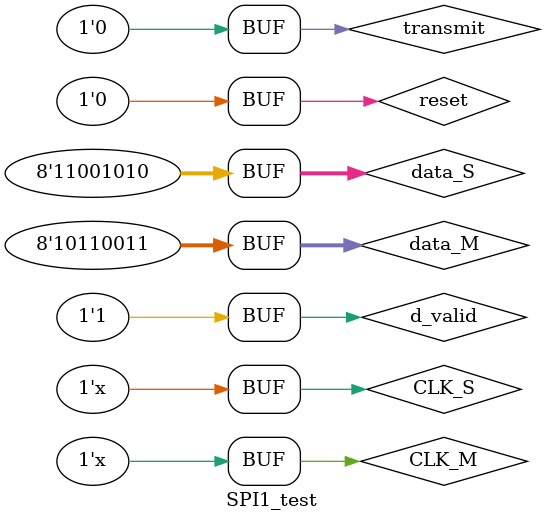
<source format=v>
module SPI1_test;
reg transmit, CLK_M, CLK_S, reset, d_valid;
wire MISO;
reg [7:0] data_M;
wire MOSI, SCLK, CS, done_M;
wire [7:0] rx_M;
MASTER ins1(transmit, MISO, CLK_M, reset, d_valid, data_M, MOSI, SCLK, CS, done_M, rx_M);

reg [7:0]data_S;
wire done_S;
wire [7:0]rx_S;
SLAVE1 ins2(MOSI, SCLK, CS, reset, CLK_S, data_S, MISO, done_S, rx_S);

always #5 CLK_M = ~CLK_M;
always #2 CLK_S = ~CLK_S;


initial begin
CLK_M = 0;
CLK_S = 0;
reset= 1;
transmit= 0;
d_valid= 0;
data_M= 8'b0;
data_S = 8'b0;

#20 reset= 0; //S0
#10 transmit= 1; //S0
#10 data_M= 8'b10110011; //S1
    d_valid= 1;
    data_S= 8'b11001010;
#180 transmit= 0;
#10;
end
endmodule



</source>
